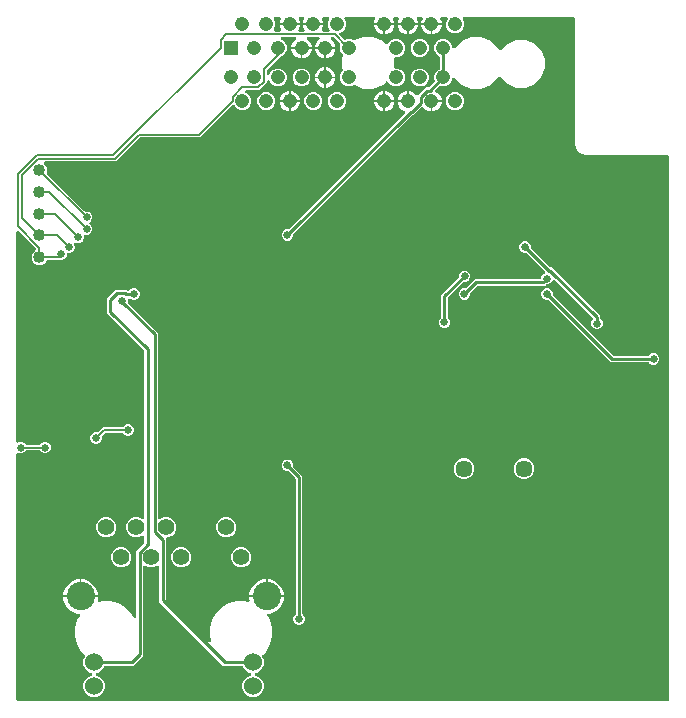
<source format=gbr>
G04 EAGLE Gerber RS-274X export*
G75*
%MOIN*%
%FSLAX34Y34*%
%LPD*%
%INBottom Copper*%
%IPPOS*%
%AMOC8*
5,1,8,0,0,1.08239X$1,22.5*%
G01*
G04 Define Apertures*
%ADD10R,0.047559X0.047559*%
%ADD11C,0.047559*%
%ADD12C,0.040000*%
%ADD13C,0.094488*%
%ADD14C,0.055039*%
%ADD15C,0.060236*%
%ADD16C,0.057087*%
%ADD17C,0.026000*%
%ADD18C,0.006000*%
%ADD19C,0.010000*%
G36*
X22153Y3962D02*
X22133Y3958D01*
X465Y3958D01*
X447Y3962D01*
X430Y3972D01*
X419Y3989D01*
X415Y4008D01*
X415Y12183D01*
X418Y12200D01*
X429Y12217D01*
X445Y12229D01*
X465Y12233D01*
X484Y12229D01*
X526Y12212D01*
X602Y12212D01*
X672Y12240D01*
X728Y12297D01*
X744Y12308D01*
X763Y12312D01*
X1179Y12312D01*
X1197Y12308D01*
X1214Y12297D01*
X1270Y12240D01*
X1340Y12212D01*
X1416Y12212D01*
X1486Y12240D01*
X1539Y12294D01*
X1568Y12364D01*
X1568Y12439D01*
X1539Y12509D01*
X1486Y12563D01*
X1416Y12592D01*
X1340Y12592D01*
X1270Y12563D01*
X1214Y12506D01*
X1198Y12496D01*
X1179Y12492D01*
X763Y12492D01*
X745Y12495D01*
X728Y12506D01*
X672Y12563D01*
X602Y12592D01*
X526Y12592D01*
X484Y12574D01*
X467Y12570D01*
X447Y12574D01*
X430Y12584D01*
X419Y12601D01*
X415Y12620D01*
X415Y19584D01*
X418Y19601D01*
X429Y19618D01*
X445Y19630D01*
X464Y19634D01*
X484Y19630D01*
X500Y19619D01*
X1062Y19057D01*
X1073Y19042D01*
X1077Y19023D01*
X1074Y19003D01*
X1063Y18987D01*
X1046Y18976D01*
X1034Y18970D01*
X961Y18897D01*
X921Y18802D01*
X921Y18698D01*
X961Y18603D01*
X1034Y18530D01*
X1129Y18490D01*
X1233Y18490D01*
X1328Y18530D01*
X1402Y18603D01*
X1412Y18629D01*
X1423Y18645D01*
X1439Y18656D01*
X1459Y18660D01*
X1844Y18660D01*
X1863Y18656D01*
X1875Y18651D01*
X1950Y18651D01*
X2020Y18680D01*
X2073Y18734D01*
X2102Y18804D01*
X2102Y18854D01*
X2106Y18873D01*
X2116Y18889D01*
X2133Y18901D01*
X2152Y18904D01*
X2203Y18904D01*
X2273Y18933D01*
X2326Y18987D01*
X2355Y19057D01*
X2355Y19132D01*
X2340Y19170D01*
X2336Y19187D01*
X2339Y19206D01*
X2350Y19223D01*
X2366Y19235D01*
X2386Y19239D01*
X2405Y19235D01*
X2443Y19219D01*
X2518Y19219D01*
X2588Y19248D01*
X2641Y19302D01*
X2670Y19372D01*
X2670Y19445D01*
X2674Y19463D01*
X2684Y19480D01*
X2701Y19491D01*
X2720Y19495D01*
X2794Y19495D01*
X2864Y19524D01*
X2917Y19577D01*
X2946Y19647D01*
X2946Y19723D01*
X2917Y19793D01*
X2863Y19847D01*
X2853Y19862D01*
X2848Y19881D01*
X2852Y19901D01*
X2863Y19917D01*
X2917Y19971D01*
X2946Y20041D01*
X2946Y20117D01*
X2917Y20186D01*
X2864Y20240D01*
X2794Y20269D01*
X2714Y20269D01*
X2695Y20272D01*
X2679Y20283D01*
X1441Y21521D01*
X1430Y21536D01*
X1426Y21556D01*
X1430Y21575D01*
X1441Y21602D01*
X1441Y21705D01*
X1402Y21801D01*
X1344Y21858D01*
X1334Y21872D01*
X1330Y21892D01*
X1333Y21911D01*
X1344Y21928D01*
X1360Y21939D01*
X1380Y21943D01*
X3736Y21943D01*
X4523Y22730D01*
X4539Y22741D01*
X4558Y22745D01*
X6533Y22745D01*
X7609Y23821D01*
X7624Y23831D01*
X7644Y23835D01*
X7663Y23832D01*
X7680Y23821D01*
X7691Y23805D01*
X7700Y23782D01*
X7784Y23698D01*
X7894Y23653D01*
X8012Y23653D01*
X8121Y23698D01*
X8205Y23782D01*
X8251Y23892D01*
X8251Y24010D01*
X8205Y24119D01*
X8121Y24203D01*
X8071Y24224D01*
X8056Y24233D01*
X8045Y24249D01*
X8040Y24269D01*
X8043Y24288D01*
X8054Y24305D01*
X8070Y24316D01*
X8090Y24320D01*
X8520Y24320D01*
X8764Y24565D01*
X8764Y24601D01*
X8767Y24618D01*
X8778Y24635D01*
X8794Y24647D01*
X8813Y24651D01*
X8833Y24647D01*
X8849Y24637D01*
X8860Y24620D01*
X8881Y24570D01*
X8965Y24486D01*
X9075Y24440D01*
X9193Y24440D01*
X9303Y24486D01*
X9386Y24570D01*
X9432Y24679D01*
X9432Y24797D01*
X9386Y24907D01*
X9303Y24991D01*
X9193Y25036D01*
X9075Y25036D01*
X8965Y24991D01*
X8881Y24907D01*
X8860Y24856D01*
X8851Y24842D01*
X8835Y24830D01*
X8816Y24825D01*
X8796Y24829D01*
X8779Y24840D01*
X8768Y24856D01*
X8764Y24875D01*
X8764Y24955D01*
X8768Y24974D01*
X8779Y24990D01*
X9221Y25432D01*
X9237Y25443D01*
X9303Y25470D01*
X9386Y25554D01*
X9432Y25663D01*
X9432Y25782D01*
X9386Y25891D01*
X9303Y25975D01*
X9254Y25995D01*
X9240Y26004D01*
X9228Y26020D01*
X9223Y26040D01*
X9227Y26059D01*
X9237Y26076D01*
X9254Y26087D01*
X9273Y26091D01*
X9691Y26091D01*
X9709Y26088D01*
X9726Y26078D01*
X9737Y26061D01*
X9741Y26042D01*
X9738Y26022D01*
X9727Y26006D01*
X9635Y25914D01*
X9583Y25790D01*
X9583Y25752D01*
X10259Y25752D01*
X10259Y25790D01*
X10208Y25914D01*
X10116Y26006D01*
X10106Y26020D01*
X10101Y26040D01*
X10104Y26059D01*
X10115Y26076D01*
X10132Y26087D01*
X10151Y26091D01*
X10479Y26091D01*
X10496Y26088D01*
X10513Y26078D01*
X10525Y26061D01*
X10529Y26042D01*
X10525Y26022D01*
X10514Y26006D01*
X10422Y25914D01*
X10371Y25790D01*
X10371Y25752D01*
X11046Y25752D01*
X11046Y25790D01*
X10995Y25914D01*
X10903Y26006D01*
X10893Y26020D01*
X10888Y26040D01*
X10892Y26059D01*
X10903Y26076D01*
X10919Y26087D01*
X10938Y26091D01*
X10966Y26091D01*
X10984Y26087D01*
X11001Y26076D01*
X11203Y25874D01*
X11214Y25859D01*
X11218Y25839D01*
X11214Y25820D01*
X11198Y25782D01*
X11198Y25663D01*
X11244Y25554D01*
X11292Y25505D01*
X11303Y25490D01*
X11307Y25470D01*
X11303Y25451D01*
X11283Y25402D01*
X11283Y25059D01*
X11303Y25010D01*
X11307Y24992D01*
X11303Y24972D01*
X11292Y24956D01*
X11244Y24907D01*
X11198Y24797D01*
X11198Y24679D01*
X11244Y24570D01*
X11327Y24486D01*
X11437Y24440D01*
X11555Y24440D01*
X11658Y24483D01*
X11677Y24487D01*
X11696Y24483D01*
X11974Y24368D01*
X12317Y24368D01*
X12634Y24499D01*
X12732Y24597D01*
X12747Y24607D01*
X12766Y24612D01*
X12786Y24608D01*
X12803Y24597D01*
X12814Y24581D01*
X12818Y24570D01*
X12902Y24486D01*
X13012Y24440D01*
X13130Y24440D01*
X13240Y24486D01*
X13323Y24570D01*
X13369Y24679D01*
X13369Y24797D01*
X13323Y24907D01*
X13240Y24991D01*
X13130Y25036D01*
X13058Y25036D01*
X13040Y25039D01*
X13023Y25050D01*
X13012Y25066D01*
X13008Y25086D01*
X13008Y25375D01*
X13012Y25393D01*
X13022Y25409D01*
X13039Y25421D01*
X13058Y25425D01*
X13130Y25425D01*
X13240Y25470D01*
X13323Y25554D01*
X13369Y25663D01*
X13369Y25782D01*
X13323Y25891D01*
X13240Y25975D01*
X13130Y26020D01*
X13012Y26020D01*
X12902Y25975D01*
X12818Y25891D01*
X12814Y25880D01*
X12804Y25865D01*
X12788Y25853D01*
X12768Y25849D01*
X12749Y25853D01*
X12732Y25864D01*
X12634Y25962D01*
X12317Y26093D01*
X11974Y26093D01*
X11696Y25978D01*
X11677Y25974D01*
X11658Y25978D01*
X11555Y26020D01*
X11437Y26020D01*
X11379Y25996D01*
X11361Y25993D01*
X11341Y25996D01*
X11325Y26007D01*
X11185Y26147D01*
X11175Y26162D01*
X11170Y26181D01*
X11174Y26201D01*
X11185Y26217D01*
X11201Y26228D01*
X11271Y26257D01*
X11355Y26341D01*
X11400Y26451D01*
X11400Y26569D01*
X11354Y26681D01*
X11350Y26699D01*
X11353Y26718D01*
X11364Y26735D01*
X11380Y26746D01*
X11400Y26750D01*
X12336Y26750D01*
X12354Y26747D01*
X12371Y26737D01*
X12382Y26720D01*
X12386Y26701D01*
X12383Y26681D01*
X12339Y26577D01*
X12339Y26540D01*
X13015Y26540D01*
X13015Y26577D01*
X12972Y26681D01*
X12968Y26699D01*
X12971Y26718D01*
X12982Y26735D01*
X12998Y26746D01*
X13018Y26750D01*
X13124Y26750D01*
X13141Y26747D01*
X13158Y26737D01*
X13170Y26720D01*
X13174Y26701D01*
X13170Y26681D01*
X13127Y26577D01*
X13127Y26540D01*
X13802Y26540D01*
X13802Y26577D01*
X13759Y26681D01*
X13755Y26699D01*
X13759Y26718D01*
X13769Y26735D01*
X13786Y26746D01*
X13805Y26750D01*
X13911Y26750D01*
X13929Y26747D01*
X13946Y26737D01*
X13957Y26720D01*
X13961Y26701D01*
X13957Y26681D01*
X13914Y26577D01*
X13914Y26540D01*
X14590Y26540D01*
X14590Y26577D01*
X14547Y26681D01*
X14543Y26699D01*
X14546Y26718D01*
X14557Y26735D01*
X14573Y26746D01*
X14593Y26750D01*
X14742Y26750D01*
X14759Y26747D01*
X14776Y26737D01*
X14788Y26720D01*
X14792Y26701D01*
X14788Y26681D01*
X14742Y26569D01*
X14742Y26451D01*
X14787Y26341D01*
X14871Y26257D01*
X14980Y26212D01*
X15099Y26212D01*
X15208Y26257D01*
X15292Y26341D01*
X15337Y26451D01*
X15337Y26569D01*
X15291Y26681D01*
X15287Y26699D01*
X15290Y26718D01*
X15301Y26735D01*
X15317Y26746D01*
X15337Y26750D01*
X18984Y26750D01*
X19002Y26747D01*
X19019Y26736D01*
X19030Y26720D01*
X19034Y26700D01*
X19034Y22477D01*
X19097Y22324D01*
X19214Y22207D01*
X19366Y22144D01*
X22133Y22144D01*
X22151Y22141D01*
X22168Y22130D01*
X22179Y22114D01*
X22183Y22094D01*
X22183Y4008D01*
X22180Y3990D01*
X22169Y3974D01*
X22153Y3962D01*
G37*
%LPC*%
G36*
X14185Y26172D02*
X14222Y26172D01*
X14222Y26480D01*
X13914Y26480D01*
X13914Y26443D01*
X13966Y26318D01*
X14061Y26223D01*
X14185Y26172D01*
G37*
G36*
X12610Y26172D02*
X12647Y26172D01*
X12647Y26480D01*
X12339Y26480D01*
X12339Y26443D01*
X12391Y26318D01*
X12486Y26223D01*
X12610Y26172D01*
G37*
G36*
X14282Y26172D02*
X14319Y26172D01*
X14443Y26223D01*
X14538Y26318D01*
X14590Y26443D01*
X14590Y26480D01*
X14282Y26480D01*
X14282Y26172D01*
G37*
G36*
X13495Y26172D02*
X13532Y26172D01*
X13656Y26223D01*
X13751Y26318D01*
X13802Y26443D01*
X13802Y26480D01*
X13495Y26480D01*
X13495Y26172D01*
G37*
G36*
X13397Y26172D02*
X13435Y26172D01*
X13435Y26480D01*
X13127Y26480D01*
X13127Y26443D01*
X13178Y26318D01*
X13273Y26223D01*
X13397Y26172D01*
G37*
G36*
X12707Y26172D02*
X12744Y26172D01*
X12869Y26223D01*
X12964Y26318D01*
X13015Y26443D01*
X13015Y26480D01*
X12707Y26480D01*
X12707Y26172D01*
G37*
G36*
X9411Y19298D02*
X9487Y19298D01*
X9556Y19327D01*
X9610Y19381D01*
X9639Y19450D01*
X9639Y19502D01*
X9642Y19521D01*
X9653Y19537D01*
X13595Y23478D01*
X13610Y23489D01*
X13630Y23493D01*
X13654Y23493D01*
X13908Y23747D01*
X13923Y23757D01*
X13942Y23761D01*
X13962Y23758D01*
X13978Y23747D01*
X14061Y23664D01*
X14185Y23613D01*
X14222Y23613D01*
X14222Y23981D01*
X14590Y23981D01*
X14590Y24018D01*
X14538Y24142D01*
X14443Y24237D01*
X14411Y24250D01*
X14396Y24260D01*
X14385Y24276D01*
X14380Y24296D01*
X14384Y24315D01*
X14395Y24332D01*
X14504Y24441D01*
X14520Y24452D01*
X14539Y24456D01*
X14559Y24452D01*
X14586Y24440D01*
X14705Y24440D01*
X14814Y24486D01*
X14898Y24570D01*
X14943Y24679D01*
X14943Y24694D01*
X14947Y24712D01*
X14957Y24728D01*
X14973Y24740D01*
X14993Y24744D01*
X15012Y24741D01*
X15029Y24730D01*
X15259Y24499D01*
X15576Y24368D01*
X15920Y24368D01*
X16237Y24499D01*
X16479Y24742D01*
X16480Y24744D01*
X16490Y24759D01*
X16506Y24770D01*
X16525Y24775D01*
X16545Y24771D01*
X16561Y24760D01*
X16569Y24750D01*
X16795Y24524D01*
X17086Y24403D01*
X17402Y24403D01*
X17694Y24524D01*
X17917Y24747D01*
X18038Y25039D01*
X18038Y25355D01*
X17917Y25646D01*
X17694Y25870D01*
X17402Y25991D01*
X17086Y25991D01*
X16795Y25870D01*
X16580Y25656D01*
X16566Y25645D01*
X16546Y25641D01*
X16527Y25644D01*
X16510Y25655D01*
X16499Y25672D01*
X16479Y25719D01*
X16237Y25962D01*
X15920Y26093D01*
X15576Y26093D01*
X15259Y25962D01*
X15029Y25731D01*
X15014Y25721D01*
X14995Y25716D01*
X14975Y25720D01*
X14959Y25730D01*
X14947Y25747D01*
X14943Y25766D01*
X14943Y25782D01*
X14898Y25891D01*
X14814Y25975D01*
X14705Y26020D01*
X14586Y26020D01*
X14477Y25975D01*
X14393Y25891D01*
X14348Y25782D01*
X14348Y25663D01*
X14393Y25554D01*
X14477Y25470D01*
X14505Y25458D01*
X14520Y25448D01*
X14532Y25432D01*
X14536Y25412D01*
X14536Y25048D01*
X14532Y25030D01*
X14521Y25013D01*
X14505Y25002D01*
X14477Y24991D01*
X14393Y24907D01*
X14348Y24797D01*
X14348Y24679D01*
X14359Y24651D01*
X14363Y24633D01*
X14360Y24613D01*
X14349Y24597D01*
X14175Y24423D01*
X14159Y24413D01*
X14140Y24409D01*
X14071Y24409D01*
X14054Y24412D01*
X14052Y24404D01*
X14041Y24388D01*
X13809Y24155D01*
X13794Y24145D01*
X13774Y24140D01*
X13755Y24144D01*
X13738Y24155D01*
X13656Y24237D01*
X13532Y24289D01*
X13495Y24289D01*
X13495Y23921D01*
X13127Y23921D01*
X13127Y23884D01*
X13178Y23759D01*
X13273Y23664D01*
X13343Y23636D01*
X13358Y23626D01*
X13369Y23610D01*
X13374Y23590D01*
X13370Y23571D01*
X13359Y23554D01*
X9498Y19693D01*
X9482Y19682D01*
X9463Y19678D01*
X9411Y19678D01*
X9341Y19649D01*
X9288Y19596D01*
X9259Y19526D01*
X9259Y19450D01*
X9288Y19381D01*
X9341Y19327D01*
X9411Y19298D01*
G37*
G36*
X13799Y25425D02*
X13918Y25425D01*
X14027Y25470D01*
X14111Y25554D01*
X14156Y25663D01*
X14156Y25782D01*
X14111Y25891D01*
X14027Y25975D01*
X13918Y26020D01*
X13799Y26020D01*
X13690Y25975D01*
X13606Y25891D01*
X13560Y25782D01*
X13560Y25663D01*
X13606Y25554D01*
X13690Y25470D01*
X13799Y25425D01*
G37*
G36*
X10739Y25385D02*
X10776Y25385D01*
X10900Y25436D01*
X10995Y25531D01*
X11046Y25655D01*
X11046Y25692D01*
X10739Y25692D01*
X10739Y25385D01*
G37*
G36*
X10641Y25385D02*
X10679Y25385D01*
X10679Y25692D01*
X10371Y25692D01*
X10371Y25655D01*
X10422Y25531D01*
X10517Y25436D01*
X10641Y25385D01*
G37*
G36*
X9951Y25385D02*
X9988Y25385D01*
X10113Y25436D01*
X10208Y25531D01*
X10259Y25655D01*
X10259Y25692D01*
X9951Y25692D01*
X9951Y25385D01*
G37*
G36*
X9854Y25385D02*
X9891Y25385D01*
X9891Y25692D01*
X9583Y25692D01*
X9583Y25655D01*
X9635Y25531D01*
X9730Y25436D01*
X9854Y25385D01*
G37*
G36*
X10371Y24768D02*
X10679Y24768D01*
X10679Y25076D01*
X10641Y25076D01*
X10517Y25025D01*
X10422Y24930D01*
X10371Y24805D01*
X10371Y24768D01*
G37*
G36*
X10739Y24768D02*
X11046Y24768D01*
X11046Y24805D01*
X10995Y24930D01*
X10900Y25025D01*
X10776Y25076D01*
X10739Y25076D01*
X10739Y24768D01*
G37*
G36*
X9862Y24440D02*
X9980Y24440D01*
X10090Y24486D01*
X10174Y24570D01*
X10219Y24679D01*
X10219Y24797D01*
X10174Y24907D01*
X10090Y24991D01*
X9980Y25036D01*
X9862Y25036D01*
X9753Y24991D01*
X9669Y24907D01*
X9623Y24797D01*
X9623Y24679D01*
X9669Y24570D01*
X9753Y24486D01*
X9862Y24440D01*
G37*
G36*
X13799Y24440D02*
X13918Y24440D01*
X13987Y24469D01*
X14004Y24473D01*
X14023Y24470D01*
X14024Y24477D01*
X14035Y24494D01*
X14111Y24570D01*
X14156Y24679D01*
X14156Y24797D01*
X14111Y24907D01*
X14027Y24991D01*
X13918Y25036D01*
X13799Y25036D01*
X13690Y24991D01*
X13606Y24907D01*
X13560Y24797D01*
X13560Y24679D01*
X13606Y24570D01*
X13690Y24486D01*
X13799Y24440D01*
G37*
G36*
X10739Y24400D02*
X10776Y24400D01*
X10900Y24452D01*
X10995Y24547D01*
X11046Y24671D01*
X11046Y24708D01*
X10739Y24708D01*
X10739Y24400D01*
G37*
G36*
X10641Y24400D02*
X10679Y24400D01*
X10679Y24708D01*
X10371Y24708D01*
X10371Y24671D01*
X10422Y24547D01*
X10517Y24452D01*
X10641Y24400D01*
G37*
G36*
X13127Y23981D02*
X13435Y23981D01*
X13435Y24289D01*
X13397Y24289D01*
X13273Y24237D01*
X13178Y24142D01*
X13127Y24018D01*
X13127Y23981D01*
G37*
G36*
X12339Y23981D02*
X12647Y23981D01*
X12647Y24289D01*
X12610Y24289D01*
X12486Y24237D01*
X12391Y24142D01*
X12339Y24018D01*
X12339Y23981D01*
G37*
G36*
X9190Y23981D02*
X9498Y23981D01*
X9498Y24289D01*
X9460Y24289D01*
X9336Y24237D01*
X9241Y24142D01*
X9190Y24018D01*
X9190Y23981D01*
G37*
G36*
X9558Y23981D02*
X9865Y23981D01*
X9865Y24018D01*
X9814Y24142D01*
X9719Y24237D01*
X9595Y24289D01*
X9558Y24289D01*
X9558Y23981D01*
G37*
G36*
X12707Y23981D02*
X13015Y23981D01*
X13015Y24018D01*
X12964Y24142D01*
X12869Y24237D01*
X12744Y24289D01*
X12707Y24289D01*
X12707Y23981D01*
G37*
G36*
X10256Y23653D02*
X10374Y23653D01*
X10484Y23698D01*
X10567Y23782D01*
X10613Y23892D01*
X10613Y24010D01*
X10567Y24119D01*
X10484Y24203D01*
X10374Y24249D01*
X10256Y24249D01*
X10146Y24203D01*
X10063Y24119D01*
X10017Y24010D01*
X10017Y23892D01*
X10063Y23782D01*
X10146Y23698D01*
X10256Y23653D01*
G37*
G36*
X8681Y23653D02*
X8799Y23653D01*
X8909Y23698D01*
X8993Y23782D01*
X9038Y23892D01*
X9038Y24010D01*
X8993Y24119D01*
X8909Y24203D01*
X8799Y24249D01*
X8681Y24249D01*
X8571Y24203D01*
X8488Y24119D01*
X8442Y24010D01*
X8442Y23892D01*
X8488Y23782D01*
X8571Y23698D01*
X8681Y23653D01*
G37*
G36*
X14980Y23653D02*
X15099Y23653D01*
X15208Y23698D01*
X15292Y23782D01*
X15337Y23892D01*
X15337Y24010D01*
X15292Y24119D01*
X15208Y24203D01*
X15099Y24249D01*
X14980Y24249D01*
X14871Y24203D01*
X14787Y24119D01*
X14742Y24010D01*
X14742Y23892D01*
X14787Y23782D01*
X14871Y23698D01*
X14980Y23653D01*
G37*
G36*
X11043Y23653D02*
X11162Y23653D01*
X11271Y23698D01*
X11355Y23782D01*
X11400Y23892D01*
X11400Y24010D01*
X11355Y24119D01*
X11271Y24203D01*
X11162Y24249D01*
X11043Y24249D01*
X10934Y24203D01*
X10850Y24119D01*
X10805Y24010D01*
X10805Y23892D01*
X10850Y23782D01*
X10934Y23698D01*
X11043Y23653D01*
G37*
G36*
X12610Y23613D02*
X12647Y23613D01*
X12647Y23921D01*
X12339Y23921D01*
X12339Y23884D01*
X12391Y23759D01*
X12486Y23664D01*
X12610Y23613D01*
G37*
G36*
X14282Y23613D02*
X14319Y23613D01*
X14443Y23664D01*
X14538Y23759D01*
X14590Y23884D01*
X14590Y23921D01*
X14282Y23921D01*
X14282Y23613D01*
G37*
G36*
X12707Y23613D02*
X12744Y23613D01*
X12869Y23664D01*
X12964Y23759D01*
X13015Y23884D01*
X13015Y23921D01*
X12707Y23921D01*
X12707Y23613D01*
G37*
G36*
X9558Y23613D02*
X9595Y23613D01*
X9719Y23664D01*
X9814Y23759D01*
X9865Y23884D01*
X9865Y23921D01*
X9558Y23921D01*
X9558Y23613D01*
G37*
G36*
X9460Y23613D02*
X9498Y23613D01*
X9498Y23921D01*
X9190Y23921D01*
X9190Y23884D01*
X9241Y23759D01*
X9336Y23664D01*
X9460Y23613D01*
G37*
G36*
X19726Y16345D02*
X19802Y16345D01*
X19871Y16374D01*
X19925Y16428D01*
X19954Y16498D01*
X19954Y16573D01*
X19925Y16643D01*
X19888Y16679D01*
X19878Y16695D01*
X19874Y16715D01*
X19874Y16796D01*
X18263Y18406D01*
X18233Y18406D01*
X18214Y18410D01*
X18197Y18421D01*
X17573Y19045D01*
X17562Y19061D01*
X17558Y19081D01*
X17558Y19132D01*
X17529Y19202D01*
X17476Y19256D01*
X17406Y19284D01*
X17331Y19284D01*
X17261Y19256D01*
X17207Y19202D01*
X17178Y19132D01*
X17178Y19057D01*
X17207Y18987D01*
X17261Y18933D01*
X17331Y18904D01*
X17382Y18904D01*
X17401Y18901D01*
X17417Y18890D01*
X18025Y18283D01*
X18035Y18268D01*
X18039Y18248D01*
X18036Y18229D01*
X18025Y18212D01*
X18009Y18201D01*
X18003Y18199D01*
X17949Y18145D01*
X17920Y18075D01*
X17920Y18073D01*
X17917Y18055D01*
X17906Y18039D01*
X17890Y18027D01*
X17870Y18023D01*
X15702Y18023D01*
X15402Y17723D01*
X15387Y17713D01*
X15367Y17709D01*
X15316Y17709D01*
X15246Y17680D01*
X15192Y17626D01*
X15163Y17557D01*
X15163Y17481D01*
X15192Y17411D01*
X15246Y17358D01*
X15316Y17329D01*
X15391Y17329D01*
X15461Y17358D01*
X15514Y17411D01*
X15543Y17481D01*
X15543Y17532D01*
X15547Y17551D01*
X15558Y17568D01*
X15779Y17789D01*
X15795Y17799D01*
X15814Y17803D01*
X18032Y17803D01*
X18061Y17833D01*
X18077Y17844D01*
X18097Y17847D01*
X18148Y17847D01*
X18218Y17876D01*
X18271Y17930D01*
X18289Y17972D01*
X18298Y17987D01*
X18315Y17998D01*
X18334Y18003D01*
X18354Y17999D01*
X18370Y17988D01*
X19624Y16735D01*
X19634Y16720D01*
X19638Y16700D01*
X19635Y16681D01*
X19624Y16664D01*
X19603Y16643D01*
X19574Y16573D01*
X19574Y16498D01*
X19603Y16428D01*
X19656Y16374D01*
X19726Y16345D01*
G37*
G36*
X14647Y16385D02*
X14723Y16385D01*
X14793Y16414D01*
X14846Y16467D01*
X14875Y16537D01*
X14875Y16613D01*
X14846Y16682D01*
X14810Y16719D01*
X14799Y16735D01*
X14795Y16754D01*
X14795Y17375D01*
X14799Y17393D01*
X14810Y17410D01*
X15305Y17906D01*
X15321Y17916D01*
X15341Y17920D01*
X15392Y17920D01*
X15462Y17949D01*
X15515Y18003D01*
X15544Y18072D01*
X15544Y18148D01*
X15515Y18218D01*
X15462Y18271D01*
X15392Y18300D01*
X15317Y18300D01*
X15247Y18271D01*
X15193Y18218D01*
X15164Y18148D01*
X15164Y18097D01*
X15161Y18078D01*
X15150Y18061D01*
X14575Y17487D01*
X14575Y16754D01*
X14571Y16735D01*
X14560Y16719D01*
X14524Y16682D01*
X14495Y16613D01*
X14495Y16537D01*
X14524Y16467D01*
X14577Y16414D01*
X14647Y16385D01*
G37*
G36*
X21616Y15164D02*
X21691Y15164D01*
X21761Y15193D01*
X21815Y15247D01*
X21844Y15317D01*
X21844Y15392D01*
X21815Y15462D01*
X21761Y15515D01*
X21691Y15544D01*
X21616Y15544D01*
X21546Y15515D01*
X21509Y15479D01*
X21494Y15468D01*
X21474Y15464D01*
X20342Y15464D01*
X20323Y15468D01*
X20307Y15479D01*
X18315Y17471D01*
X18304Y17486D01*
X18300Y17506D01*
X18300Y17557D01*
X18271Y17627D01*
X18218Y17681D01*
X18148Y17710D01*
X18070Y17710D01*
X18066Y17707D01*
X18003Y17681D01*
X17949Y17627D01*
X17920Y17557D01*
X17920Y17482D01*
X17949Y17412D01*
X18003Y17359D01*
X18072Y17330D01*
X18124Y17330D01*
X18143Y17326D01*
X18159Y17315D01*
X20230Y15244D01*
X21474Y15244D01*
X21493Y15241D01*
X21509Y15230D01*
X21546Y15193D01*
X21616Y15164D01*
G37*
G36*
X2938Y4082D02*
X3082Y4082D01*
X3215Y4137D01*
X3316Y4239D01*
X3371Y4372D01*
X3371Y4516D01*
X3316Y4648D01*
X3215Y4750D01*
X3101Y4797D01*
X3086Y4807D01*
X3074Y4823D01*
X3070Y4842D01*
X3073Y4862D01*
X3084Y4878D01*
X3101Y4889D01*
X3215Y4937D01*
X3316Y5038D01*
X3343Y5102D01*
X3353Y5118D01*
X3369Y5129D01*
X3389Y5133D01*
X4304Y5133D01*
X4638Y5466D01*
X4638Y8418D01*
X4641Y8436D01*
X4651Y8453D01*
X4667Y8464D01*
X4687Y8468D01*
X4706Y8465D01*
X4711Y8461D01*
X4841Y8408D01*
X4975Y8408D01*
X5098Y8459D01*
X5112Y8469D01*
X5131Y8473D01*
X5151Y8470D01*
X5168Y8459D01*
X5179Y8443D01*
X5183Y8423D01*
X5183Y7260D01*
X7310Y5133D01*
X7927Y5133D01*
X7945Y5129D01*
X7962Y5119D01*
X7973Y5102D01*
X7999Y5038D01*
X8101Y4937D01*
X8215Y4889D01*
X8230Y4880D01*
X8241Y4864D01*
X8246Y4844D01*
X8242Y4825D01*
X8231Y4808D01*
X8215Y4797D01*
X8101Y4750D01*
X7999Y4648D01*
X7944Y4516D01*
X7944Y4372D01*
X7999Y4239D01*
X8101Y4137D01*
X8234Y4082D01*
X8377Y4082D01*
X8510Y4137D01*
X8612Y4239D01*
X8667Y4372D01*
X8667Y4516D01*
X8612Y4648D01*
X8510Y4750D01*
X8396Y4797D01*
X8381Y4807D01*
X8370Y4823D01*
X8365Y4842D01*
X8369Y4862D01*
X8380Y4878D01*
X8396Y4889D01*
X8510Y4937D01*
X8612Y5038D01*
X8667Y5171D01*
X8667Y5315D01*
X8616Y5437D01*
X8612Y5455D01*
X8616Y5475D01*
X8627Y5491D01*
X8740Y5604D01*
X8877Y5842D01*
X8948Y6106D01*
X8948Y6380D01*
X8877Y6644D01*
X8789Y6796D01*
X8782Y6820D01*
X8786Y6839D01*
X8796Y6856D01*
X8813Y6867D01*
X8832Y6871D01*
X8872Y6871D01*
X9082Y6958D01*
X9244Y7119D01*
X9331Y7330D01*
X9331Y7414D01*
X8186Y7414D01*
X8186Y7330D01*
X8187Y7328D01*
X8190Y7317D01*
X8189Y7297D01*
X8181Y7279D01*
X8166Y7266D01*
X8147Y7259D01*
X8127Y7260D01*
X8045Y7283D01*
X7771Y7283D01*
X7507Y7212D01*
X7269Y7075D01*
X7076Y6881D01*
X6939Y6644D01*
X6868Y6380D01*
X6868Y6106D01*
X6900Y5986D01*
X6902Y5975D01*
X6899Y5955D01*
X6888Y5938D01*
X6872Y5927D01*
X6853Y5923D01*
X6833Y5926D01*
X6817Y5937D01*
X5418Y7336D01*
X5407Y7352D01*
X5403Y7372D01*
X5403Y9358D01*
X5406Y9376D01*
X5417Y9392D01*
X5434Y9404D01*
X5453Y9408D01*
X5475Y9408D01*
X5598Y9459D01*
X5692Y9553D01*
X5743Y9676D01*
X5743Y9810D01*
X5692Y9933D01*
X5598Y10027D01*
X5475Y10078D01*
X5341Y10078D01*
X5218Y10027D01*
X5204Y10017D01*
X5184Y10012D01*
X5165Y10016D01*
X5148Y10027D01*
X5137Y10043D01*
X5133Y10062D01*
X5133Y16221D01*
X4142Y17212D01*
X4131Y17228D01*
X4127Y17247D01*
X4127Y17334D01*
X4130Y17351D01*
X4141Y17368D01*
X4157Y17380D01*
X4176Y17384D01*
X4196Y17380D01*
X4212Y17369D01*
X4223Y17359D01*
X4293Y17330D01*
X4369Y17330D01*
X4438Y17359D01*
X4492Y17412D01*
X4521Y17482D01*
X4521Y17557D01*
X4492Y17627D01*
X4438Y17681D01*
X4369Y17710D01*
X4293Y17710D01*
X4223Y17681D01*
X4187Y17644D01*
X4171Y17634D01*
X4151Y17630D01*
X4136Y17630D01*
X4117Y17633D01*
X4101Y17644D01*
X4090Y17655D01*
X3720Y17655D01*
X3433Y17368D01*
X3433Y16884D01*
X4668Y15648D01*
X4679Y15633D01*
X4683Y15613D01*
X4683Y10062D01*
X4680Y10045D01*
X4669Y10028D01*
X4653Y10017D01*
X4634Y10012D01*
X4614Y10016D01*
X4598Y10027D01*
X4475Y10078D01*
X4341Y10078D01*
X4218Y10027D01*
X4124Y9933D01*
X4073Y9810D01*
X4073Y9676D01*
X4124Y9553D01*
X4218Y9459D01*
X4341Y9408D01*
X4475Y9408D01*
X4598Y9459D01*
X4612Y9469D01*
X4631Y9473D01*
X4651Y9470D01*
X4668Y9459D01*
X4679Y9443D01*
X4683Y9423D01*
X4683Y9239D01*
X4679Y9220D01*
X4668Y9204D01*
X4413Y8948D01*
X4413Y8533D01*
X4414Y8532D01*
X4418Y8512D01*
X4418Y6760D01*
X4416Y6749D01*
X4408Y6731D01*
X4394Y6718D01*
X4375Y6711D01*
X4355Y6712D01*
X4337Y6720D01*
X4324Y6735D01*
X4240Y6881D01*
X4046Y7075D01*
X3809Y7212D01*
X3545Y7283D01*
X3271Y7283D01*
X3188Y7260D01*
X3177Y7259D01*
X3158Y7262D01*
X3141Y7273D01*
X3129Y7289D01*
X3125Y7308D01*
X3129Y7328D01*
X3130Y7330D01*
X3130Y7414D01*
X1985Y7414D01*
X1985Y7330D01*
X2072Y7119D01*
X2233Y6958D01*
X2444Y6871D01*
X2483Y6871D01*
X2507Y6865D01*
X2522Y6853D01*
X2531Y6835D01*
X2533Y6815D01*
X2527Y6796D01*
X2439Y6644D01*
X2368Y6380D01*
X2368Y6106D01*
X2439Y5842D01*
X2576Y5604D01*
X2689Y5491D01*
X2699Y5476D01*
X2703Y5456D01*
X2700Y5437D01*
X2649Y5315D01*
X2649Y5171D01*
X2704Y5038D01*
X2806Y4937D01*
X2920Y4889D01*
X2934Y4880D01*
X2946Y4864D01*
X2950Y4844D01*
X2947Y4825D01*
X2936Y4808D01*
X2920Y4797D01*
X2806Y4750D01*
X2704Y4648D01*
X2649Y4516D01*
X2649Y4372D01*
X2704Y4239D01*
X2806Y4137D01*
X2938Y4082D01*
G37*
G36*
X3033Y12527D02*
X3109Y12527D01*
X3178Y12555D01*
X3232Y12609D01*
X3261Y12679D01*
X3261Y12759D01*
X3265Y12777D01*
X3276Y12794D01*
X3369Y12887D01*
X3385Y12898D01*
X3404Y12902D01*
X3934Y12902D01*
X3953Y12898D01*
X3970Y12887D01*
X4026Y12831D01*
X4096Y12802D01*
X4172Y12802D01*
X4241Y12831D01*
X4295Y12885D01*
X4324Y12954D01*
X4324Y13030D01*
X4295Y13100D01*
X4241Y13153D01*
X4172Y13182D01*
X4096Y13182D01*
X4026Y13153D01*
X3970Y13097D01*
X3954Y13086D01*
X3934Y13082D01*
X3309Y13082D01*
X3148Y12921D01*
X3132Y12910D01*
X3113Y12907D01*
X3033Y12907D01*
X2963Y12878D01*
X2910Y12824D01*
X2881Y12754D01*
X2881Y12679D01*
X2910Y12609D01*
X2963Y12555D01*
X3033Y12527D01*
G37*
G36*
X17270Y11356D02*
X17407Y11356D01*
X17534Y11408D01*
X17631Y11505D01*
X17684Y11632D01*
X17684Y11770D01*
X17631Y11897D01*
X17534Y11994D01*
X17407Y12047D01*
X17270Y12047D01*
X17143Y11994D01*
X17046Y11897D01*
X16993Y11770D01*
X16993Y11632D01*
X17046Y11505D01*
X17143Y11408D01*
X17270Y11356D01*
G37*
G36*
X15270Y11356D02*
X15407Y11356D01*
X15534Y11408D01*
X15631Y11505D01*
X15684Y11632D01*
X15684Y11770D01*
X15631Y11897D01*
X15534Y11994D01*
X15407Y12047D01*
X15270Y12047D01*
X15143Y11994D01*
X15046Y11897D01*
X14993Y11770D01*
X14993Y11632D01*
X15046Y11505D01*
X15143Y11408D01*
X15270Y11356D01*
G37*
G36*
X9805Y6503D02*
X9880Y6503D01*
X9950Y6532D01*
X10004Y6585D01*
X10033Y6655D01*
X10033Y6731D01*
X10004Y6801D01*
X9967Y6837D01*
X9956Y6853D01*
X9953Y6872D01*
X9953Y11463D01*
X9653Y11762D01*
X9643Y11778D01*
X9639Y11797D01*
X9639Y11849D01*
X9610Y11919D01*
X9556Y11972D01*
X9487Y12001D01*
X9411Y12001D01*
X9341Y11972D01*
X9288Y11919D01*
X9259Y11849D01*
X9259Y11773D01*
X9288Y11703D01*
X9341Y11650D01*
X9411Y11621D01*
X9463Y11621D01*
X9481Y11617D01*
X9498Y11606D01*
X9718Y11386D01*
X9729Y11371D01*
X9733Y11351D01*
X9733Y6872D01*
X9729Y6854D01*
X9718Y6837D01*
X9681Y6801D01*
X9653Y6731D01*
X9653Y6655D01*
X9681Y6585D01*
X9735Y6532D01*
X9805Y6503D01*
G37*
G36*
X7341Y9408D02*
X7475Y9408D01*
X7598Y9459D01*
X7692Y9553D01*
X7743Y9676D01*
X7743Y9810D01*
X7692Y9933D01*
X7598Y10027D01*
X7475Y10078D01*
X7341Y10078D01*
X7218Y10027D01*
X7124Y9933D01*
X7073Y9810D01*
X7073Y9676D01*
X7124Y9553D01*
X7218Y9459D01*
X7341Y9408D01*
G37*
G36*
X3341Y9408D02*
X3475Y9408D01*
X3598Y9459D01*
X3692Y9553D01*
X3743Y9676D01*
X3743Y9810D01*
X3692Y9933D01*
X3598Y10027D01*
X3475Y10078D01*
X3341Y10078D01*
X3218Y10027D01*
X3124Y9933D01*
X3073Y9810D01*
X3073Y9676D01*
X3124Y9553D01*
X3218Y9459D01*
X3341Y9408D01*
G37*
G36*
X7841Y8408D02*
X7975Y8408D01*
X8098Y8459D01*
X8192Y8553D01*
X8243Y8676D01*
X8243Y8810D01*
X8192Y8933D01*
X8098Y9027D01*
X7975Y9078D01*
X7841Y9078D01*
X7718Y9027D01*
X7624Y8933D01*
X7573Y8810D01*
X7573Y8676D01*
X7624Y8553D01*
X7718Y8459D01*
X7841Y8408D01*
G37*
G36*
X5841Y8408D02*
X5975Y8408D01*
X6098Y8459D01*
X6192Y8553D01*
X6243Y8676D01*
X6243Y8810D01*
X6192Y8933D01*
X6098Y9027D01*
X5975Y9078D01*
X5841Y9078D01*
X5718Y9027D01*
X5624Y8933D01*
X5573Y8810D01*
X5573Y8676D01*
X5624Y8553D01*
X5718Y8459D01*
X5841Y8408D01*
G37*
G36*
X3841Y8408D02*
X3975Y8408D01*
X4098Y8459D01*
X4192Y8553D01*
X4243Y8676D01*
X4243Y8810D01*
X4192Y8933D01*
X4098Y9027D01*
X3975Y9078D01*
X3841Y9078D01*
X3718Y9027D01*
X3624Y8933D01*
X3573Y8810D01*
X3573Y8676D01*
X3624Y8553D01*
X3718Y8459D01*
X3841Y8408D01*
G37*
G36*
X8186Y7474D02*
X8728Y7474D01*
X8728Y8016D01*
X8644Y8016D01*
X8434Y7929D01*
X8273Y7768D01*
X8186Y7558D01*
X8186Y7474D01*
G37*
G36*
X1985Y7474D02*
X2527Y7474D01*
X2527Y8016D01*
X2444Y8016D01*
X2233Y7929D01*
X2072Y7768D01*
X1985Y7558D01*
X1985Y7474D01*
G37*
G36*
X2587Y7474D02*
X3130Y7474D01*
X3130Y7558D01*
X3043Y7768D01*
X2882Y7929D01*
X2671Y8016D01*
X2587Y8016D01*
X2587Y7474D01*
G37*
G36*
X8788Y7474D02*
X9331Y7474D01*
X9331Y7558D01*
X9244Y7768D01*
X9082Y7929D01*
X8872Y8016D01*
X8788Y8016D01*
X8788Y7474D01*
G37*
%LPD*%
G36*
X9205Y26275D02*
X9186Y26271D01*
X9038Y26271D01*
X9021Y26274D01*
X9004Y26285D01*
X8993Y26301D01*
X8988Y26321D01*
X8992Y26340D01*
X9038Y26451D01*
X9038Y26569D01*
X8992Y26681D01*
X8988Y26699D01*
X8991Y26718D01*
X9002Y26735D01*
X9018Y26746D01*
X9038Y26750D01*
X9187Y26750D01*
X9204Y26747D01*
X9221Y26737D01*
X9233Y26720D01*
X9237Y26701D01*
X9233Y26681D01*
X9190Y26577D01*
X9190Y26540D01*
X9865Y26540D01*
X9865Y26577D01*
X9822Y26681D01*
X9818Y26699D01*
X9822Y26718D01*
X9832Y26735D01*
X9849Y26746D01*
X9868Y26750D01*
X9974Y26750D01*
X9992Y26747D01*
X10009Y26737D01*
X10020Y26720D01*
X10024Y26701D01*
X10020Y26681D01*
X9977Y26577D01*
X9977Y26540D01*
X10653Y26540D01*
X10653Y26577D01*
X10610Y26681D01*
X10606Y26699D01*
X10609Y26718D01*
X10620Y26735D01*
X10636Y26746D01*
X10656Y26750D01*
X10805Y26750D01*
X10822Y26747D01*
X10839Y26737D01*
X10851Y26720D01*
X10855Y26701D01*
X10851Y26681D01*
X10805Y26569D01*
X10805Y26451D01*
X10850Y26340D01*
X10854Y26323D01*
X10851Y26303D01*
X10840Y26286D01*
X10824Y26275D01*
X10804Y26271D01*
X10657Y26271D01*
X10639Y26274D01*
X10622Y26285D01*
X10611Y26301D01*
X10607Y26321D01*
X10610Y26340D01*
X10653Y26443D01*
X10653Y26480D01*
X9977Y26480D01*
X9977Y26443D01*
X10020Y26340D01*
X10023Y26323D01*
X10020Y26303D01*
X10009Y26286D01*
X9993Y26275D01*
X9973Y26271D01*
X9869Y26271D01*
X9851Y26274D01*
X9835Y26285D01*
X9823Y26301D01*
X9819Y26321D01*
X9823Y26340D01*
X9865Y26443D01*
X9865Y26480D01*
X9190Y26480D01*
X9190Y26443D01*
X9232Y26340D01*
X9236Y26323D01*
X9233Y26303D01*
X9222Y26286D01*
X9205Y26275D01*
G37*
D10*
X7559Y25722D03*
D11*
X7953Y26510D03*
X7559Y24738D03*
X7953Y23951D03*
X8346Y25722D03*
X8740Y26510D03*
X8346Y24738D03*
X8740Y23951D03*
X9134Y25722D03*
X9528Y26510D03*
X9134Y24738D03*
X9528Y23951D03*
X9921Y25722D03*
X10315Y26510D03*
X9921Y24738D03*
X10315Y23951D03*
X10709Y25722D03*
X11102Y26510D03*
X10709Y24738D03*
X11102Y23951D03*
X11496Y25722D03*
X11496Y24738D03*
X12677Y26510D03*
X12677Y23951D03*
X13071Y25722D03*
X13465Y26510D03*
X13071Y24738D03*
X13465Y23951D03*
X13858Y25722D03*
X14252Y26510D03*
X13858Y24738D03*
X14252Y23951D03*
X14646Y25722D03*
X15039Y26510D03*
X14646Y24738D03*
X15039Y23951D03*
D12*
X1181Y18750D03*
X1181Y19476D03*
X1169Y20202D03*
X1181Y20928D03*
X1181Y21654D03*
D13*
X2557Y7444D03*
X8758Y7444D03*
D14*
X3408Y9743D03*
X3908Y8743D03*
X4408Y9743D03*
X4908Y8743D03*
X5408Y9743D03*
X5908Y8743D03*
X7408Y9743D03*
X7908Y8743D03*
D15*
X8305Y5243D03*
X8305Y4444D03*
X3010Y5243D03*
X3010Y4444D03*
D16*
X15339Y11701D03*
X17339Y11701D03*
D17*
X7165Y17953D03*
X7165Y17244D03*
X6063Y18976D03*
X7047Y18976D03*
X8543Y18031D03*
X10433Y19291D03*
X10472Y18189D03*
X10472Y17283D03*
X10512Y16417D03*
X8661Y15079D03*
X10197Y15079D03*
X8661Y13465D03*
X7205Y13465D03*
X5591Y13425D03*
X4213Y13858D03*
X5433Y14843D03*
X2717Y13898D03*
X1457Y11102D03*
X1457Y10000D03*
X1457Y9055D03*
X1142Y7520D03*
X1142Y6654D03*
X1142Y5827D03*
X1142Y4843D03*
X10315Y7461D03*
X13110Y7461D03*
X11732Y7461D03*
X13110Y6063D03*
X13110Y4508D03*
X11732Y6063D03*
X11732Y4508D03*
X19488Y8031D03*
X21496Y8031D03*
X19488Y6358D03*
X21496Y6358D03*
X19488Y4606D03*
X21496Y4606D03*
X11417Y22441D03*
X13583Y22441D03*
X15551Y22441D03*
X13583Y20669D03*
X13583Y18898D03*
X11811Y18898D03*
X11811Y20669D03*
X19803Y17205D03*
X19094Y16929D03*
X18740Y15079D03*
X18740Y14134D03*
X21811Y17047D03*
X21811Y16063D03*
X15118Y10512D03*
X19016Y10551D03*
X12992Y14409D03*
X11220Y12756D03*
X11220Y10945D03*
X19449Y19488D03*
X19449Y18268D03*
X17874Y21339D03*
X20079Y21850D03*
X21732Y21850D03*
X17835Y23780D03*
X866Y14449D03*
X827Y15827D03*
X827Y17244D03*
X17126Y10280D03*
X12523Y10945D03*
X12523Y12795D03*
X4134Y12992D03*
X3071Y12717D03*
D18*
X3346Y12992D01*
X4134Y12992D01*
D17*
X1378Y12402D03*
X564Y12402D03*
D18*
X1378Y12402D01*
D17*
X9449Y19488D03*
D19*
X13564Y23603D01*
X13609Y23603D01*
X13904Y24095D02*
X14108Y24299D01*
X14206Y24299D01*
X14646Y24738D01*
X13904Y23899D02*
X13609Y23603D01*
X13904Y23899D02*
X13904Y24095D01*
X14646Y24738D02*
X14646Y25722D01*
D17*
X9449Y11811D03*
D19*
X9843Y11417D01*
X9843Y6693D01*
D17*
X9843Y6693D03*
D19*
X8305Y5243D02*
X7356Y5243D01*
X5293Y7305D01*
X5023Y16175D02*
X3937Y17261D01*
X5023Y16175D02*
X5023Y9583D01*
X5293Y9313D02*
X5293Y7305D01*
X5293Y9313D02*
X5023Y9583D01*
D17*
X3937Y17286D03*
D19*
X3937Y17261D01*
D17*
X4331Y17520D03*
D19*
X3543Y17323D02*
X3543Y16929D01*
X4523Y8902D02*
X4523Y8583D01*
X4528Y8578D01*
X4528Y5512D01*
X4793Y15679D02*
X3543Y16929D01*
X4793Y15679D02*
X4793Y9173D01*
X4523Y8902D01*
X4259Y5243D02*
X3010Y5243D01*
X4259Y5243D02*
X4528Y5512D01*
X4331Y17520D02*
X4070Y17520D01*
X4044Y17545D01*
X3766Y17545D01*
X3543Y17323D01*
D17*
X1912Y18841D03*
D18*
X1821Y18750D01*
X1181Y18750D01*
X471Y21523D02*
X1101Y22153D01*
X1181Y19066D02*
X1181Y18750D01*
X1181Y19066D02*
X471Y19776D01*
X471Y21523D01*
X1101Y22153D02*
X3649Y22153D01*
X7231Y25735D01*
X7231Y25998D01*
X7415Y26181D01*
X11024Y26181D01*
X11417Y25787D01*
X11429Y25776D01*
X11482Y25722D02*
X11496Y25722D01*
X11482Y25722D02*
X11429Y25776D01*
D17*
X2165Y19094D03*
D18*
X1784Y19476D01*
X1181Y19476D01*
X9134Y25472D02*
X9134Y25722D01*
X7625Y23964D02*
X6496Y22835D01*
X7625Y23964D02*
X7625Y24087D01*
X8482Y24410D02*
X8674Y24602D01*
X8674Y25013D02*
X9134Y25472D01*
X8674Y25013D02*
X8674Y24602D01*
X7949Y24410D02*
X7625Y24087D01*
X7949Y24410D02*
X8482Y24410D01*
X1181Y19476D02*
X591Y20066D01*
X591Y21473D01*
X1151Y22033D01*
X3699Y22033D02*
X4500Y22835D01*
X6496Y22835D01*
X3699Y22033D02*
X1151Y22033D01*
D17*
X2480Y19409D03*
D18*
X1688Y20202D01*
X1169Y20202D01*
D17*
X2756Y19685D03*
D18*
X1513Y20928D01*
X1181Y20928D01*
D17*
X2756Y20079D03*
D18*
X1181Y21654D01*
D17*
X15354Y18110D03*
D19*
X14685Y17441D01*
X14685Y16575D01*
D17*
X14685Y16575D03*
X18110Y18037D03*
D19*
X17986Y17913D01*
X15748Y17913D01*
D17*
X15353Y17519D03*
D19*
X15748Y17913D01*
D17*
X17368Y19094D03*
X19764Y16535D03*
D19*
X18166Y18296D02*
X17368Y19094D01*
X18166Y18296D02*
X18217Y18296D01*
X19764Y16750D01*
X19764Y16535D01*
D17*
X21654Y15354D03*
D19*
X20276Y15354D01*
X18110Y17520D01*
D17*
X18110Y17520D03*
M02*

</source>
